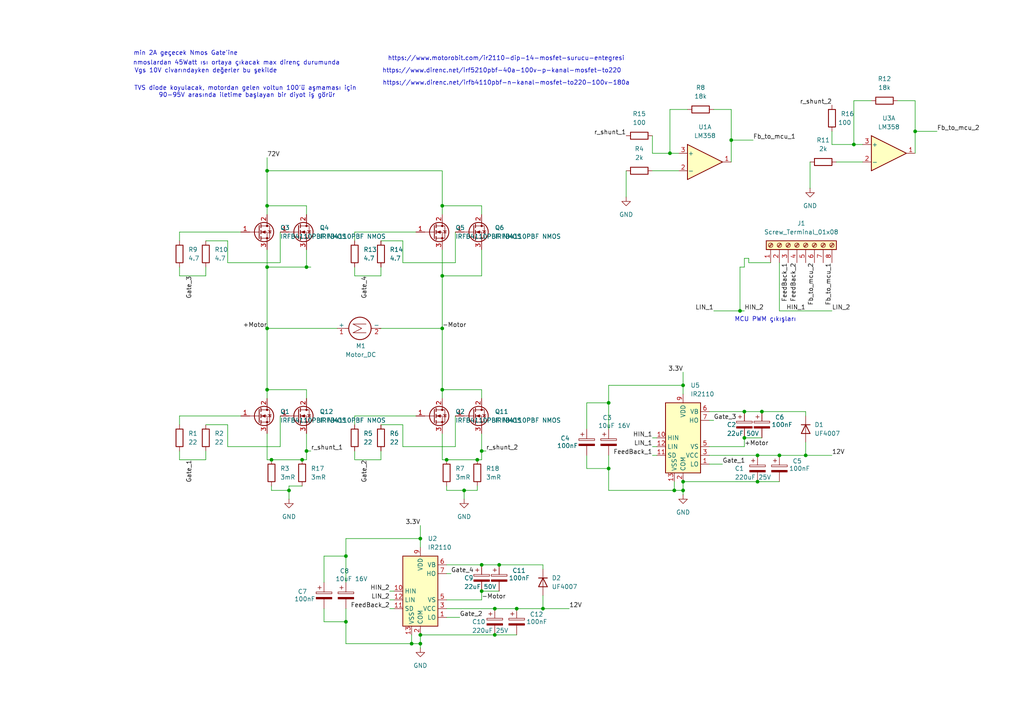
<source format=kicad_sch>
(kicad_sch (version 20250114) (generator "eeschema") (generator_version "9.0")
  (paper "A4")
  (lib_symbols
    (symbol "Amplifier_Operational:LM358" (pin_names (offset 0.127))
      (property "Reference" "U" (at 0 5.08 0))
      (property "Value" "LM358" (at 0 -5.08 0))
      (symbol "LM358_1_1"
        (polyline (pts (xy -5.08 5.08) (xy 5.08 0) (xy -5.08 -5.08) (xy -5.08 5.08)) (stroke (width 0.254)) (fill (type background)))
        (pin input line (at -7.62 2.54 0) (length 2.54) (name "+") (number "3"))
        (pin input line (at -7.62 -2.54 0) (length 2.54) (name "-") (number "2"))
        (pin output line (at 7.62 0 180) (length 2.54) (name "~") (number "1"))
      )
      (symbol "LM358_2_1"
        (polyline (pts (xy -5.08 5.08) (xy 5.08 0) (xy -5.08 -5.08) (xy -5.08 5.08)) (stroke (width 0.254)) (fill (type background)))
        (pin input line (at -7.62 2.54 0) (length 2.54) (name "+") (number "5"))
        (pin input line (at -7.62 -2.54 0) (length 2.54) (name "-") (number "6"))
        (pin output line (at 7.62 0 180) (length 2.54) (name "~") (number "7"))
      )
      (symbol "LM358_3_1"
        (pin power_in line (at -2.54 7.62 270) (length 3.81) (name "V+") (number "8"))
        (pin power_in line (at -2.54 -7.62 90) (length 3.81) (name "V-") (number "4"))
      )
    )
    (symbol "Connector:Screw_Terminal_01x08" (pin_names (offset 1.016) (hide yes))
      (property "Reference" "J" (at 0 10.16 0))
      (property "Value" "Screw_Terminal_01x08" (at 0 -12.7 0))
      (symbol "Screw_Terminal_01x08_1_1"
        (rectangle (start -1.27 8.89) (end 1.27 -11.43) (stroke (width 0.254)) (fill (type background)))
        (polyline (pts (xy -0.5334 7.9502) (xy 0.3302 7.112)) (stroke (width 0.1524)))
        (polyline (pts (xy -0.5334 5.4102) (xy 0.3302 4.572)) (stroke (width 0.1524)))
        (polyline (pts (xy -0.5334 2.8702) (xy 0.3302 2.032)) (stroke (width 0.1524)))
        (polyline (pts (xy -0.5334 0.3302) (xy 0.3302 -0.508)) (stroke (width 0.1524)))
        (polyline (pts (xy -0.5334 -2.2098) (xy 0.3302 -3.048)) (stroke (width 0.1524)))
        (polyline (pts (xy -0.5334 -4.7498) (xy 0.3302 -5.588)) (stroke (width 0.1524)))
        (polyline (pts (xy -0.5334 -7.2898) (xy 0.3302 -8.128)) (stroke (width 0.1524)))
        (polyline (pts (xy -0.5334 -9.8298) (xy 0.3302 -10.668)) (stroke (width 0.1524)))
        (polyline (pts (xy -0.3556 8.128) (xy 0.508 7.2898)) (stroke (width 0.1524)))
        (polyline (pts (xy -0.3556 5.588) (xy 0.508 4.7498)) (stroke (width 0.1524)))
        (polyline (pts (xy -0.3556 3.048) (xy 0.508 2.2098)) (stroke (width 0.1524)))
        (polyline (pts (xy -0.3556 0.508) (xy 0.508 -0.3302)) (stroke (width 0.1524)))
        (polyline (pts (xy -0.3556 -2.032) (xy 0.508 -2.8702)) (stroke (width 0.1524)))
        (polyline (pts (xy -0.3556 -4.572) (xy 0.508 -5.4102)) (stroke (width 0.1524)))
        (polyline (pts (xy -0.3556 -7.112) (xy 0.508 -7.9502)) (stroke (width 0.1524)))
        (polyline (pts (xy -0.3556 -9.652) (xy 0.508 -10.4902)) (stroke (width 0.1524)))
        (circle (center 0 7.62) (radius 0.635) (stroke (width 0.1524)))
        (circle (center 0 5.08) (radius 0.635) (stroke (width 0.1524)))
        (circle (center 0 2.54) (radius 0.635) (stroke (width 0.1524)))
        (circle (center 0 0) (radius 0.635) (stroke (width 0.1524)))
        (circle (center 0 -2.54) (radius 0.635) (stroke (width 0.1524)))
        (circle (center 0 -5.08) (radius 0.635) (stroke (width 0.1524)))
        (circle (center 0 -7.62) (radius 0.635) (stroke (width 0.1524)))
        (circle (center 0 -10.16) (radius 0.635) (stroke (width 0.1524)))
        (pin passive line (at -5.08 7.62 0) (length 3.81) (name "Pin_1") (number "1"))
        (pin passive line (at -5.08 5.08 0) (length 3.81) (name "Pin_2") (number "2"))
        (pin passive line (at -5.08 2.54 0) (length 3.81) (name "Pin_3") (number "3"))
        (pin passive line (at -5.08 0 0) (length 3.81) (name "Pin_4") (number "4"))
        (pin passive line (at -5.08 -2.54 0) (length 3.81) (name "Pin_5") (number "5"))
        (pin passive line (at -5.08 -5.08 0) (length 3.81) (name "Pin_6") (number "6"))
        (pin passive line (at -5.08 -7.62 0) (length 3.81) (name "Pin_7") (number "7"))
        (pin passive line (at -5.08 -10.16 0) (length 3.81) (name "Pin_8") (number "8"))
      )
    )
    (symbol "Device:C_Polarized" (pin_numbers (hide yes)) (pin_names (offset 0.254))
      (property "Reference" "C" (at 0.635 2.54 0))
      (property "Value" "C_Polarized" (at 0.635 -2.54 0))
      (symbol "C_Polarized_0_1"
        (rectangle (start -2.286 0.508) (end 2.286 1.016))
        (polyline (pts (xy -1.778 2.286) (xy -0.762 2.286)))
        (polyline (pts (xy -1.27 2.794) (xy -1.27 1.778)))
        (rectangle (start 2.286 -0.508) (end -2.286 -1.016) (fill (type outline)))
      )
      (symbol "C_Polarized_1_1"
        (pin passive line (at 0 3.81 270) (length 2.794) (name "~") (number "1"))
        (pin passive line (at 0 -3.81 90) (length 2.794) (name "~") (number "2"))
      )
    )
    (symbol "Device:D" (pin_numbers (hide yes)) (pin_names (offset 1.016) (hide yes))
      (property "Reference" "D" (at 0 2.54 0))
      (property "Value" "D" (at 0 -2.54 0))
      (symbol "D_0_1"
        (polyline (pts (xy -1.27 1.27) (xy -1.27 -1.27)) (stroke (width 0.254)))
        (polyline (pts (xy 1.27 1.27) (xy 1.27 -1.27) (xy -1.27 0) (xy 1.27 1.27)) (stroke (width 0.254)))
        (polyline (pts (xy 1.27 0) (xy -1.27 0)))
      )
      (symbol "D_1_1"
        (pin passive line (at -3.81 0 0) (length 2.54) (name "K") (number "1"))
        (pin passive line (at 3.81 0 180) (length 2.54) (name "A") (number "2"))
      )
    )
    (symbol "Device:R" (pin_numbers (hide yes)) (pin_names (offset 0))
      (property "Reference" "R" (at 2.032 0 90))
      (property "Value" "R" (at 0 0 90))
      (symbol "R_0_1"
        (rectangle (start -1.016 -2.54) (end 1.016 2.54) (stroke (width 0.254)))
      )
      (symbol "R_1_1"
        (pin passive line (at 0 3.81 270) (length 1.27) (name "~") (number "1"))
        (pin passive line (at 0 -3.81 90) (length 1.27) (name "~") (number "2"))
      )
    )
    (symbol "Driver_FET:IR2110"
      (property "Reference" "U" (at 1.27 13.335 0))
      (property "Value" "IR2110" (at 1.27 11.43 0))
      (symbol "IR2110_0_1"
        (rectangle (start -5.08 -10.16) (end 5.08 10.16) (stroke (width 0.254)) (fill (type background)))
      )
      (symbol "IR2110_1_1"
        (pin input line (at -7.62 0 0) (length 2.54) (name "HIN") (number "10"))
        (pin input line (at -7.62 -2.54 0) (length 2.54) (name "LIN") (number "12"))
        (pin input line (at -7.62 -5.08 0) (length 2.54) (name "SD") (number "11"))
        (pin no_connect line (at -5.08 7.62 0) (length 2.54) (hide yes) (name "NC") (number "4"))
        (pin no_connect line (at -5.08 5.08 0) (length 2.54) (hide yes) (name "NC") (number "8"))
        (pin no_connect line (at -5.08 2.54 0) (length 2.54) (hide yes) (name "NC") (number "14"))
        (pin power_in line (at -2.54 -12.7 90) (length 2.54) (name "VSS") (number "13"))
        (pin power_in line (at 0 12.7 270) (length 2.54) (name "VDD") (number "9"))
        (pin power_in line (at 0 -12.7 90) (length 2.54) (name "COM") (number "2"))
        (pin passive line (at 7.62 7.62 180) (length 2.54) (name "VB") (number "6"))
        (pin output line (at 7.62 5.08 180) (length 2.54) (name "HO") (number "7"))
        (pin passive line (at 7.62 -2.54 180) (length 2.54) (name "VS") (number "5"))
        (pin power_in line (at 7.62 -5.08 180) (length 2.54) (name "VCC") (number "3"))
        (pin output line (at 7.62 -7.62 180) (length 2.54) (name "LO") (number "1"))
      )
    )
    (symbol "Motor:Motor_DC" (pin_names (offset 0))
      (property "Reference" "M" (at 2.54 2.54 0))
      (property "Value" "Motor_DC" (at 2.54 -5.08 0))
      (symbol "Motor_DC_0_0"
        (polyline (pts (xy -1.27 -3.302) (xy -1.27 0.508) (xy 0 -2.032) (xy 1.27 0.508) (xy 1.27 -3.302)))
      )
      (symbol "Motor_DC_0_1"
        (polyline (pts (xy 0 2.032) (xy 0 2.54)))
        (polyline (pts (xy 0 1.7272) (xy 0 2.0828)))
        (circle (center 0 -1.524) (radius 3.2512) (stroke (width 0.254)))
        (polyline (pts (xy 0 -4.7752) (xy 0 -5.1816)))
        (polyline (pts (xy 0 -7.62) (xy 0 -7.112)))
      )
      (symbol "Motor_DC_1_1"
        (pin passive line (at 0 5.08 270) (length 2.54) (name "+") (number "1"))
        (pin passive line (at 0 -7.62 90) (length 2.54) (name "-") (number "2"))
      )
    )
    (symbol "Transistor_FET:IRFS4310Z" (pin_names (hide yes))
      (property "Reference" "Q" (at 5.08 1.905 0))
      (property "Value" "IRFS4310Z" (at 5.08 0 0))
      (symbol "IRFS4310Z_0_1"
        (polyline (pts (xy 0.254 1.905) (xy 0.254 -1.905)) (stroke (width 0.254)))
        (polyline (pts (xy 0.254 0) (xy -2.54 0)))
        (polyline (pts (xy 0.762 2.286) (xy 0.762 1.27)) (stroke (width 0.254)))
        (polyline (pts (xy 0.762 0.508) (xy 0.762 -0.508)) (stroke (width 0.254)))
        (polyline (pts (xy 0.762 -1.27) (xy 0.762 -2.286)) (stroke (width 0.254)))
        (polyline (pts (xy 0.762 -1.778) (xy 3.302 -1.778) (xy 3.302 1.778) (xy 0.762 1.778)))
        (polyline (pts (xy 1.016 0) (xy 2.032 0.381) (xy 2.032 -0.381) (xy 1.016 0)) (fill (type outline)))
        (circle (center 1.651 0) (radius 2.794) (stroke (width 0.254)))
        (polyline (pts (xy 2.54 2.54) (xy 2.54 1.778)))
        (circle (center 2.54 1.778) (radius 0.254) (fill (type outline)))
        (circle (center 2.54 -1.778) (radius 0.254) (fill (type outline)))
        (polyline (pts (xy 2.54 -2.54) (xy 2.54 0) (xy 0.762 0)))
        (polyline (pts (xy 2.794 0.508) (xy 2.921 0.381) (xy 3.683 0.381) (xy 3.81 0.254)))
        (polyline (pts (xy 3.302 0.381) (xy 2.921 -0.254) (xy 3.683 -0.254) (xy 3.302 0.381)))
      )
      (symbol "IRFS4310Z_1_1"
        (pin passive line (at -5.08 0 0) (length 2.54) (name "G") (number "1"))
        (pin passive line (at 2.54 5.08 270) (length 2.54) (name "D") (number "2"))
        (pin passive line (at 2.54 -5.08 90) (length 2.54) (name "S") (number "3"))
      )
    )
    (symbol "power:GND" (power) (pin_numbers (hide yes)) (pin_names (offset 0) (hide yes))
      (property "Value" "GND" (at 0 -3.81 0))
      (symbol "GND_0_1"
        (polyline (pts (xy 0 0) (xy 0 -1.27) (xy 1.27 -1.27) (xy 0 -2.54) (xy -1.27 -1.27) (xy 0 -1.27)))
      )
      (symbol "GND_1_1"
        (pin power_in line (at 0 0 270) (length 0) (name "~") (number "1"))
      )
    )
  )
  (text "Vgs 10V civarındayken değerler bu şekilde\n\n" (at 59.69 21.59 0) (effects (font (size 1.27 1.27))))
  (text "MCU PWM çıkışları\n" (at 221.996 92.71 0) (effects (font (size 1.27 1.27))))
  (text "min 2A geçecek Nmos Gate'ine" (at 53.848 15.494 0) (effects (font (size 1.27 1.27))))
  (text "https://www.motorobit.com/ir2110-dip-14-mosfet-surucu-entegresi" (at 146.812 17.018 0) (effects (font (size 1.27 1.27))))
  (text "https://www.direnc.net/irfb4110pbf-n-kanal-mosfet-to220-100v-180a" (at 146.812 24.13 0) (effects (font (size 1.27 1.27))))
  (text "https://www.direnc.net/irf5210pbf-40a-100v-p-kanal-mosfet-to220" (at 145.542 20.574 0) (effects (font (size 1.27 1.27))))
  (text "TVS diode koyulacak, motordan gelen voltun 100'ü aşmaması için \n90-95V arasında iletime başlayan bir diyot iş görür" (at 71.628 26.67 0) (effects (font (size 1.27 1.27))))
  (text "nmoslardan 45Watt ısı ortaya çıkacak max direnç durumunda\n" (at 68.58 18.288 0) (effects (font (size 1.27 1.27))))
  (junction (at 128.27 95.25))
  (junction (at 100.33 161.29))
  (junction (at 215.9 127))
  (junction (at 198.12 139.7))
  (junction (at 219.71 132.08))
  (junction (at 87.63 133.35))
  (junction (at 88.9 130.81))
  (junction (at 212.09 40.64))
  (junction (at 121.92 186.69))
  (junction (at 220.98 119.38))
  (junction (at 128.27 59.69))
  (junction (at 226.06 132.08))
  (junction (at 77.47 59.69))
  (junction (at 138.43 133.35))
  (junction (at 149.86 176.53))
  (junction (at 139.7 130.81))
  (junction (at 195.58 142.24))
  (junction (at 88.9 77.47))
  (junction (at 143.51 176.53))
  (junction (at 198.12 142.24))
  (junction (at 143.51 184.15))
  (junction (at 128.27 113.03))
  (junction (at 176.53 135.89))
  (junction (at 219.71 139.7))
  (junction (at 214.63 90.17))
  (junction (at 77.47 113.03))
  (junction (at 78.74 133.35))
  (junction (at 139.7 163.83))
  (junction (at 128.27 80.01))
  (junction (at 157.48 176.53))
  (junction (at 129.54 133.35))
  (junction (at 77.47 77.47))
  (junction (at 176.53 116.84))
  (junction (at 215.9 119.38))
  (junction (at 265.43 38.1))
  (junction (at 144.78 163.83))
  (junction (at 77.47 95.25))
  (junction (at 198.12 111.76))
  (junction (at 83.82 142.24))
  (junction (at 121.92 184.15))
  (junction (at 121.92 156.21))
  (junction (at 134.62 142.24))
  (junction (at 77.47 49.53))
  (junction (at 100.33 180.34))
  (junction (at 119.38 186.69))
  (junction (at 233.68 132.08))
  (junction (at 247.65 41.91))
  (junction (at 139.7 171.45))
  (junction (at 194.31 44.45))
  (wire (pts (xy 52.07 133.35) (xy 59.69 133.35)))
  (wire (pts (xy 100.33 180.34) (xy 100.33 186.69)))
  (wire (pts (xy 139.7 62.23) (xy 139.7 59.69)))
  (wire (pts (xy 176.53 111.76) (xy 198.12 111.76)))
  (wire (pts (xy 157.48 172.72) (xy 157.48 176.53)))
  (wire (pts (xy 241.3 41.91) (xy 247.65 41.91)))
  (wire (pts (xy 233.68 119.38) (xy 233.68 120.65)))
  (wire (pts (xy 128.27 113.03) (xy 128.27 115.57)))
  (wire (pts (xy 132.08 129.54) (xy 116.84 129.54)))
  (wire (pts (xy 199.39 31.75) (xy 194.31 31.75)))
  (wire (pts (xy 121.92 152.4) (xy 121.92 156.21)))
  (wire (pts (xy 207.01 31.75) (xy 212.09 31.75)))
  (wire (pts (xy 77.47 113.03) (xy 77.47 115.57)))
  (wire (pts (xy 165.1 176.53) (xy 157.48 176.53)))
  (wire (pts (xy 176.53 124.46) (xy 176.53 116.84)))
  (wire (pts (xy 138.43 133.35) (xy 139.7 133.35)))
  (wire (pts (xy 143.51 176.53) (xy 149.86 176.53)))
  (wire (pts (xy 139.7 59.69) (xy 128.27 59.69)))
  (wire (pts (xy 100.33 168.91) (xy 100.33 161.29)))
  (wire (pts (xy 119.38 186.69) (xy 121.92 186.69)))
  (wire (pts (xy 100.33 161.29) (xy 100.33 156.21)))
  (wire (pts (xy 149.86 176.53) (xy 157.48 176.53)))
  (wire (pts (xy 90.17 77.47) (xy 88.9 77.47)))
  (wire (pts (xy 121.92 156.21) (xy 121.92 158.75)))
  (wire (pts (xy 226.06 76.2) (xy 226.06 90.17)))
  (wire (pts (xy 181.61 49.53) (xy 181.61 57.15)))
  (wire (pts (xy 77.47 95.25) (xy 97.79 95.25)))
  (wire (pts (xy 189.23 127) (xy 190.5 127)))
  (wire (pts (xy 241.3 38.1) (xy 241.3 41.91)))
  (wire (pts (xy 102.87 80.01) (xy 110.49 80.01)))
  (wire (pts (xy 81.28 120.65) (xy 81.28 129.54)))
  (wire (pts (xy 130.81 166.37) (xy 129.54 166.37)))
  (wire (pts (xy 78.74 133.35) (xy 87.63 133.35)))
  (wire (pts (xy 215.9 127) (xy 220.98 127)))
  (wire (pts (xy 128.27 80.01) (xy 128.27 95.25)))
  (wire (pts (xy 217.17 74.93) (xy 217.17 76.2)))
  (wire (pts (xy 81.28 129.54) (xy 66.04 129.54)))
  (wire (pts (xy 93.98 180.34) (xy 100.33 180.34)))
  (wire (pts (xy 139.7 171.45) (xy 144.78 171.45)))
  (wire (pts (xy 59.69 133.35) (xy 59.69 130.81)))
  (wire (pts (xy 215.9 119.38) (xy 220.98 119.38)))
  (wire (pts (xy 189.23 132.08) (xy 190.5 132.08)))
  (wire (pts (xy 189.23 44.45) (xy 194.31 44.45)))
  (wire (pts (xy 139.7 130.81) (xy 139.7 125.73)))
  (wire (pts (xy 120.65 120.65) (xy 102.87 120.65)))
  (wire (pts (xy 139.7 115.57) (xy 139.7 113.03)))
  (wire (pts (xy 198.12 139.7) (xy 198.12 142.24)))
  (wire (pts (xy 69.85 67.31) (xy 52.07 67.31)))
  (wire (pts (xy 52.07 130.81) (xy 52.07 133.35)))
  (wire (pts (xy 100.33 176.53) (xy 100.33 180.34)))
  (wire (pts (xy 189.23 39.37) (xy 189.23 44.45)))
  (wire (pts (xy 138.43 142.24) (xy 134.62 142.24)))
  (wire (pts (xy 247.65 41.91) (xy 250.19 41.91)))
  (wire (pts (xy 78.74 142.24) (xy 78.74 140.97)))
  (wire (pts (xy 189.23 49.53) (xy 196.85 49.53)))
  (wire (pts (xy 116.84 123.19) (xy 110.49 123.19)))
  (wire (pts (xy 189.23 129.54) (xy 190.5 129.54)))
  (wire (pts (xy 87.63 133.35) (xy 88.9 133.35)))
  (wire (pts (xy 205.74 132.08) (xy 219.71 132.08)))
  (wire (pts (xy 212.09 40.64) (xy 212.09 46.99)))
  (wire (pts (xy 77.47 125.73) (xy 77.47 133.35)))
  (wire (pts (xy 102.87 120.65) (xy 102.87 123.19)))
  (wire (pts (xy 66.04 123.19) (xy 59.69 123.19)))
  (wire (pts (xy 217.17 76.2) (xy 223.52 76.2)))
  (wire (pts (xy 215.9 77.47) (xy 215.9 74.93)))
  (wire (pts (xy 226.06 132.08) (xy 233.68 132.08)))
  (wire (pts (xy 198.12 111.76) (xy 198.12 114.3)))
  (wire (pts (xy 66.04 69.85) (xy 59.69 69.85)))
  (wire (pts (xy 66.04 129.54) (xy 66.04 123.19)))
  (wire (pts (xy 207.01 90.17) (xy 214.63 90.17)))
  (wire (pts (xy 113.03 171.45) (xy 114.3 171.45)))
  (wire (pts (xy 132.08 76.2) (xy 116.84 76.2)))
  (wire (pts (xy 247.65 29.21) (xy 247.65 41.91)))
  (wire (pts (xy 77.47 72.39) (xy 77.47 77.47)))
  (wire (pts (xy 102.87 67.31) (xy 102.87 69.85)))
  (wire (pts (xy 88.9 62.23) (xy 88.9 59.69)))
  (wire (pts (xy 90.17 130.81) (xy 88.9 130.81)))
  (wire (pts (xy 128.27 72.39) (xy 128.27 80.01)))
  (wire (pts (xy 128.27 59.69) (xy 128.27 62.23)))
  (wire (pts (xy 265.43 38.1) (xy 265.43 44.45)))
  (wire (pts (xy 128.27 125.73) (xy 128.27 133.35)))
  (wire (pts (xy 116.84 69.85) (xy 110.49 69.85)))
  (wire (pts (xy 52.07 120.65) (xy 52.07 123.19)))
  (wire (pts (xy 113.03 176.53) (xy 114.3 176.53)))
  (wire (pts (xy 83.82 140.97) (xy 83.82 142.24)))
  (wire (pts (xy 176.53 135.89) (xy 176.53 142.24)))
  (wire (pts (xy 133.35 179.07) (xy 129.54 179.07)))
  (wire (pts (xy 77.47 133.35) (xy 78.74 133.35)))
  (wire (pts (xy 102.87 133.35) (xy 110.49 133.35)))
  (wire (pts (xy 209.55 134.62) (xy 205.74 134.62)))
  (wire (pts (xy 138.43 140.97) (xy 138.43 142.24)))
  (wire (pts (xy 195.58 142.24) (xy 195.58 139.7)))
  (wire (pts (xy 218.44 40.64) (xy 212.09 40.64)))
  (wire (pts (xy 132.08 67.31) (xy 132.08 76.2)))
  (wire (pts (xy 52.07 80.01) (xy 59.69 80.01)))
  (wire (pts (xy 102.87 77.47) (xy 102.87 80.01)))
  (wire (pts (xy 116.84 76.2) (xy 116.84 69.85)))
  (wire (pts (xy 121.92 184.15) (xy 143.51 184.15)))
  (wire (pts (xy 128.27 133.35) (xy 129.54 133.35)))
  (wire (pts (xy 198.12 107.95) (xy 198.12 111.76)))
  (wire (pts (xy 69.85 120.65) (xy 52.07 120.65)))
  (wire (pts (xy 119.38 186.69) (xy 119.38 184.15)))
  (wire (pts (xy 81.28 76.2) (xy 66.04 76.2)))
  (wire (pts (xy 120.65 67.31) (xy 102.87 67.31)))
  (wire (pts (xy 88.9 130.81) (xy 88.9 125.73)))
  (wire (pts (xy 139.7 113.03) (xy 128.27 113.03)))
  (wire (pts (xy 271.78 38.1) (xy 265.43 38.1)))
  (wire (pts (xy 87.63 140.97) (xy 83.82 140.97)))
  (wire (pts (xy 242.57 46.99) (xy 250.19 46.99)))
  (wire (pts (xy 143.51 184.15) (xy 149.86 184.15)))
  (wire (pts (xy 52.07 67.31) (xy 52.07 69.85)))
  (wire (pts (xy 134.62 142.24) (xy 134.62 144.78)))
  (wire (pts (xy 110.49 133.35) (xy 110.49 130.81)))
  (wire (pts (xy 128.27 49.53) (xy 77.47 49.53)))
  (wire (pts (xy 129.54 176.53) (xy 143.51 176.53)))
  (wire (pts (xy 83.82 142.24) (xy 83.82 144.78)))
  (wire (pts (xy 195.58 142.24) (xy 198.12 142.24)))
  (wire (pts (xy 77.47 45.72) (xy 77.47 49.53)))
  (wire (pts (xy 66.04 76.2) (xy 66.04 69.85)))
  (wire (pts (xy 78.74 142.24) (xy 83.82 142.24)))
  (wire (pts (xy 176.53 132.08) (xy 176.53 135.89)))
  (wire (pts (xy 88.9 77.47) (xy 77.47 77.47)))
  (wire (pts (xy 129.54 142.24) (xy 129.54 140.97)))
  (wire (pts (xy 139.7 171.45) (xy 139.7 173.99)))
  (wire (pts (xy 59.69 80.01) (xy 59.69 77.47)))
  (wire (pts (xy 140.97 130.81) (xy 139.7 130.81)))
  (wire (pts (xy 212.09 31.75) (xy 212.09 40.64)))
  (wire (pts (xy 110.49 80.01) (xy 110.49 77.47)))
  (wire (pts (xy 77.47 77.47) (xy 77.47 95.25)))
  (wire (pts (xy 265.43 29.21) (xy 265.43 38.1)))
  (wire (pts (xy 215.9 127) (xy 215.9 129.54)))
  (wire (pts (xy 129.54 133.35) (xy 138.43 133.35)))
  (wire (pts (xy 205.74 129.54) (xy 215.9 129.54)))
  (wire (pts (xy 93.98 168.91) (xy 93.98 161.29)))
  (wire (pts (xy 139.7 72.39) (xy 139.7 80.01)))
  (wire (pts (xy 129.54 163.83) (xy 139.7 163.83)))
  (wire (pts (xy 121.92 184.15) (xy 121.92 186.69)))
  (wire (pts (xy 207.01 121.92) (xy 205.74 121.92)))
  (wire (pts (xy 88.9 115.57) (xy 88.9 113.03)))
  (wire (pts (xy 93.98 176.53) (xy 93.98 180.34)))
  (wire (pts (xy 215.9 74.93) (xy 217.17 74.93)))
  (wire (pts (xy 110.49 95.25) (xy 128.27 95.25)))
  (wire (pts (xy 194.31 44.45) (xy 196.85 44.45)))
  (wire (pts (xy 241.3 132.08) (xy 233.68 132.08)))
  (wire (pts (xy 139.7 133.35) (xy 139.7 130.81)))
  (wire (pts (xy 52.07 77.47) (xy 52.07 80.01)))
  (wire (pts (xy 93.98 161.29) (xy 100.33 161.29)))
  (wire (pts (xy 214.63 77.47) (xy 215.9 77.47)))
  (wire (pts (xy 214.63 77.47) (xy 214.63 90.17)))
  (wire (pts (xy 128.27 95.25) (xy 128.27 113.03)))
  (wire (pts (xy 219.71 132.08) (xy 226.06 132.08)))
  (wire (pts (xy 170.18 124.46) (xy 170.18 116.84)))
  (wire (pts (xy 116.84 129.54) (xy 116.84 123.19)))
  (wire (pts (xy 129.54 142.24) (xy 134.62 142.24)))
  (wire (pts (xy 170.18 132.08) (xy 170.18 135.89)))
  (wire (pts (xy 233.68 128.27) (xy 233.68 132.08)))
  (wire (pts (xy 144.78 163.83) (xy 157.48 163.83)))
  (wire (pts (xy 205.74 119.38) (xy 215.9 119.38)))
  (wire (pts (xy 77.47 95.25) (xy 77.47 113.03)))
  (wire (pts (xy 100.33 156.21) (xy 121.92 156.21)))
  (wire (pts (xy 100.33 186.69) (xy 119.38 186.69)))
  (wire (pts (xy 132.08 120.65) (xy 132.08 129.54)))
  (wire (pts (xy 176.53 116.84) (xy 176.53 111.76)))
  (wire (pts (xy 113.03 173.99) (xy 114.3 173.99)))
  (wire (pts (xy 157.48 163.83) (xy 157.48 165.1)))
  (wire (pts (xy 88.9 77.47) (xy 88.9 72.39)))
  (wire (pts (xy 260.35 29.21) (xy 265.43 29.21)))
  (wire (pts (xy 226.06 90.17) (xy 241.3 90.17)))
  (wire (pts (xy 176.53 142.24) (xy 195.58 142.24)))
  (wire (pts (xy 129.54 173.99) (xy 139.7 173.99)))
  (wire (pts (xy 88.9 133.35) (xy 88.9 130.81)))
  (wire (pts (xy 198.12 142.24) (xy 198.12 143.51)))
  (wire (pts (xy 102.87 130.81) (xy 102.87 133.35)))
  (wire (pts (xy 234.95 46.99) (xy 234.95 54.61)))
  (wire (pts (xy 81.28 67.31) (xy 81.28 76.2)))
  (wire (pts (xy 88.9 59.69) (xy 77.47 59.69)))
  (wire (pts (xy 170.18 135.89) (xy 176.53 135.89)))
  (wire (pts (xy 128.27 80.01) (xy 139.7 80.01)))
  (wire (pts (xy 121.92 186.69) (xy 121.92 187.96)))
  (wire (pts (xy 77.47 59.69) (xy 77.47 62.23)))
  (wire (pts (xy 198.12 139.7) (xy 219.71 139.7)))
  (wire (pts (xy 170.18 116.84) (xy 176.53 116.84)))
  (wire (pts (xy 77.47 49.53) (xy 77.47 59.69)))
  (wire (pts (xy 214.63 90.17) (xy 215.9 90.17)))
  (wire (pts (xy 139.7 163.83) (xy 144.78 163.83)))
  (wire (pts (xy 252.73 29.21) (xy 247.65 29.21)))
  (wire (pts (xy 220.98 119.38) (xy 233.68 119.38)))
  (wire (pts (xy 194.31 31.75) (xy 194.31 44.45)))
  (wire (pts (xy 88.9 113.03) (xy 77.47 113.03)))
  (wire (pts (xy 219.71 139.7) (xy 226.06 139.7)))
  (wire (pts (xy 128.27 49.53) (xy 128.27 59.69)))
  (label "r_shunt_2" (at 241.3 30.48 180))
  (label "3.3V" (at 198.12 107.95 180))
  (label "FeedBack_1" (at 189.23 132.08 180))
  (label "Gate_2" (at 133.35 179.07 0))
  (label "HIN_2" (at 113.03 171.45 180))
  (label "LIN_1" (at 189.23 129.54 180))
  (label "Gate_1" (at 209.55 134.62 0))
  (label "LIN_1" (at 207.01 90.17 180))
  (label "Gate_3" (at 207.01 121.92 0))
  (label "FeedBack_1" (at 228.6 76.2 270))
  (label "Fb_to_mcu_1" (at 218.44 40.64 0))
  (label "12V" (at 241.3 132.08 0))
  (label "Gate_2" (at 106.68 133.35 270))
  (label "Gate_4" (at 106.68 80.01 270))
  (label "12V" (at 165.1 176.53 0))
  (label "HIN_1" (at 189.23 127 180))
  (label "r_shunt_1" (at 90.17 130.81 0))
  (label "+Motor" (at 215.9 129.54 0))
  (label "+Motor" (at 77.47 95.25 180))
  (label "Gate_1" (at 55.88 133.35 270))
  (label "Fb_to_mcu_2" (at 236.22 76.2 270))
  (label "Fb_to_mcu_2" (at 271.78 38.1 0))
  (label "r_shunt_2" (at 140.97 130.81 0))
  (label "HIN_2" (at 215.9 90.17 0))
  (label "-Motor" (at 128.27 95.25 0))
  (label "HIN_1" (at 233.68 90.17 180))
  (label "Gate_3" (at 55.88 80.01 270))
  (label "Fb_to_mcu_1" (at 241.3 76.2 270))
  (label "-Motor" (at 139.7 173.99 0))
  (label "72V" (at 77.47 45.72 0))
  (label "FeedBack_2" (at 231.14 76.2 270))
  (label "LIN_2" (at 113.03 173.99 180))
  (label "3.3V" (at 121.92 152.4 180))
  (label "Gate_4" (at 130.81 166.37 0))
  (label "LIN_2" (at 241.3 90.17 0))
  (label "r_shunt_1" (at 181.61 39.37 180))
  (label "FeedBack_2" (at 113.03 176.53 180))
  (symbol (lib_id "Device:R") (at 129.54 137.16 180) (unit 1)
    (property "Reference" "R7" (at 132.08 135.8899 0) (effects (justify right)))
    (property "Value" "3mR" (at 132.08 138.4299 0) (effects (justify right)))
    (property "Description" "Resistor" (effects (hide yes)))
  )
  (symbol (lib_id "Transistor_FET:IRFS4310Z") (at 137.16 120.65 0) (unit 1)
    (property "Reference" "Q11" (at 143.51 119.3799 0) (effects (justify left)))
    (property "Value" "IRFB4110PBF NMOS" (at 143.51 121.9199 0) (effects (justify left)))
    (property "Footprint" "Package_TO_SOT_SMD:TO-263-2" (effects (hide yes)))
    (property "Datasheet" "https://www.infineon.com/dgdl/irfb4310zpbf.pdf?fileId=5546d462533600a4015356161b4d1e2d" (effects (hide yes)))
    (property "Description" "120A Id, 100V Vds, 4.8mOhm Rds, N-Channel HEXFET Power MOSFET, D2PAK" (effects (hide yes)))
  )
  (symbol (lib_id "power:GND") (at 234.95 54.61 0) (unit 1)
    (property "Reference" "#PWR02" (effects (hide yes)))
    (property "Value" "GND" (at 234.95 59.69 0))
    (property "Description" "Power symbol creates a global label with name \"GND\" , ground" (effects (hide yes)))
  )
  (symbol (lib_id "Device:D") (at 233.68 124.46 270) (unit 1)
    (property "Reference" "D1" (at 236.22 123.1899 90) (effects (justify left)))
    (property "Value" "UF4007" (at 236.22 125.7299 90) (effects (justify left)))
    (property "Description" "Diode" (effects (hide yes)))
    (property "Sim.Device" "D" (effects (hide yes)))
    (property "Sim.Pins" "1=K 2=A" (effects (hide yes)))
  )
  (symbol (lib_id "Device:C_Polarized") (at 93.98 172.72 0) (unit 1)
    (property "Reference" "C7" (at 86.36 171.5769 0) (effects (justify left)))
    (property "Value" "100nF" (at 85.344 173.736 0) (effects (justify left)))
    (property "Description" "Polarized capacitor" (effects (hide yes)))
  )
  (symbol (lib_id "Device:R") (at 52.07 127 180) (unit 1)
    (property "Reference" "R1" (at 54.61 125.7299 0) (effects (justify right)))
    (property "Value" "22" (at 54.61 128.2699 0) (effects (justify right)))
    (property "Description" "Resistor" (effects (hide yes)))
  )
  (symbol (lib_id "Device:R") (at 241.3 34.29 180) (unit 1)
    (property "Reference" "R16" (at 243.84 33.0199 0) (effects (justify right)))
    (property "Value" "100" (at 243.078 35.56 0) (effects (justify right)))
    (property "Description" "Resistor" (effects (hide yes)))
  )
  (symbol (lib_id "Connector:Screw_Terminal_01x08") (at 231.14 71.12 90) (unit 1)
    (property "Reference" "J1" (at 232.41 64.77 90))
    (property "Value" "Screw_Terminal_01x08" (at 232.41 67.31 90))
    (property "Description" "Generic screw terminal, single row, 01x08, script generated (kicad-library-utils/schlib/autogen/connector/)" (effects (hide yes)))
  )
  (symbol (lib_id "Device:C_Polarized") (at 139.7 167.64 0) (unit 1)
    (property "Reference" "C9" (at 134.62 167.64 0) (effects (justify left)))
    (property "Value" "22uF 50V" (at 134.62 170.18 0) (effects (justify left)))
    (property "Description" "Polarized capacitor" (effects (hide yes)))
  )
  (symbol (lib_id "Transistor_FET:IRFS4310Z") (at 137.16 67.31 0) (unit 1)
    (property "Reference" "Q6" (at 143.51 66.0399 0) (effects (justify left)))
    (property "Value" "IRFB4110PBF NMOS" (at 143.51 68.5799 0) (effects (justify left)))
    (property "Footprint" "Package_TO_SOT_SMD:TO-263-2" (effects (hide yes)))
    (property "Datasheet" "https://www.infineon.com/dgdl/irfb4310zpbf.pdf?fileId=5546d462533600a4015356161b4d1e2d" (effects (hide yes)))
    (property "Description" "120A Id, 100V Vds, 4.8mOhm Rds, N-Channel HEXFET Power MOSFET, D2PAK" (effects (hide yes)))
  )
  (symbol (lib_id "Device:R") (at 110.49 73.66 180) (unit 1)
    (property "Reference" "R14" (at 113.03 72.3899 0) (effects (justify right)))
    (property "Value" "4.7" (at 113.03 74.9299 0) (effects (justify right)))
    (property "Description" "Resistor" (effects (hide yes)))
  )
  (symbol (lib_id "Device:R") (at 256.54 29.21 90) (unit 1)
    (property "Reference" "R12" (at 256.54 22.86 90))
    (property "Value" "18k" (at 256.54 25.4 90))
    (property "Description" "Resistor" (effects (hide yes)))
  )
  (symbol (lib_id "Driver_FET:IR2110") (at 198.12 127 0) (unit 1)
    (property "Reference" "U5" (at 200.2633 111.76 0) (effects (justify left)))
    (property "Value" "IR2110" (at 200.2633 114.3 0) (effects (justify left)))
    (property "Footprint" "Package_DIP:DIP-14_W7.62mm" (effects (hide yes)))
    (property "Datasheet" "https://www.infineon.com/dgdl/ir2110.pdf?fileId=5546d462533600a4015355c80333167e" (effects (hide yes)))
    (property "Description" "High and Low Side Driver, 500V, 2.0/2.0A, PDIP-14" (effects (hide yes)))
  )
  (symbol (lib_id "Device:C_Polarized") (at 143.51 180.34 0) (unit 1)
    (property "Reference" "C10" (at 136.906 180.34 0) (effects (justify left)))
    (property "Value" "220uF 25V" (at 136.906 182.88 0) (effects (justify left)))
    (property "Description" "Polarized capacitor" (effects (hide yes)))
  )
  (symbol (lib_id "power:GND") (at 121.92 187.96 0) (unit 1)
    (property "Reference" "#PWR04" (effects (hide yes)))
    (property "Value" "GND" (at 121.92 193.04 0))
    (property "Description" "Power symbol creates a global label with name \"GND\" , ground" (effects (hide yes)))
  )
  (symbol (lib_id "Device:R") (at 138.43 137.16 180) (unit 1)
    (property "Reference" "R18" (at 140.97 135.8899 0) (effects (justify right)))
    (property "Value" "3mR" (at 140.97 138.4299 0) (effects (justify right)))
    (property "Description" "Resistor" (effects (hide yes)))
  )
  (symbol (lib_id "Device:C_Polarized") (at 170.18 128.27 0) (unit 1)
    (property "Reference" "C4" (at 162.56 127.1269 0) (effects (justify left)))
    (property "Value" "100nF" (at 161.544 129.286 0) (effects (justify left)))
    (property "Description" "Polarized capacitor" (effects (hide yes)))
  )
  (symbol (lib_id "Device:R") (at 102.87 73.66 180) (unit 1)
    (property "Reference" "R13" (at 105.41 72.3899 0) (effects (justify right)))
    (property "Value" "4.7" (at 105.41 74.9299 0) (effects (justify right)))
    (property "Description" "Resistor" (effects (hide yes)))
  )
  (symbol (lib_id "Device:R") (at 203.2 31.75 90) (unit 1)
    (property "Reference" "R8" (at 203.2 25.4 90))
    (property "Value" "18k" (at 203.2 27.94 90))
    (property "Description" "Resistor" (effects (hide yes)))
  )
  (symbol (lib_id "Device:C_Polarized") (at 144.78 167.64 0) (unit 1)
    (property "Reference" "C11" (at 148.59 165.4809 0) (effects (justify left)))
    (property "Value" "100nF" (at 147.574 167.64 0) (effects (justify left)))
    (property "Description" "Polarized capacitor" (effects (hide yes)))
  )
  (symbol (lib_id "Device:C_Polarized") (at 215.9 123.19 0) (unit 1)
    (property "Reference" "C2" (at 210.82 123.19 0) (effects (justify left)))
    (property "Value" "22uF 50V" (at 210.82 125.73 0) (effects (justify left)))
    (property "Description" "Polarized capacitor" (effects (hide yes)))
  )
  (symbol (lib_id "Device:R") (at 59.69 73.66 180) (unit 1)
    (property "Reference" "R10" (at 62.23 72.3899 0) (effects (justify right)))
    (property "Value" "4.7" (at 62.23 74.9299 0) (effects (justify right)))
    (property "Description" "Resistor" (effects (hide yes)))
  )
  (symbol (lib_id "Device:R") (at 185.42 49.53 90) (unit 1)
    (property "Reference" "R4" (at 185.42 43.18 90))
    (property "Value" "2k" (at 185.42 45.72 90))
    (property "Description" "Resistor" (effects (hide yes)))
  )
  (symbol (lib_id "Device:R") (at 238.76 46.99 90) (unit 1)
    (property "Reference" "R11" (at 238.76 40.64 90))
    (property "Value" "2k" (at 238.76 43.18 90))
    (property "Description" "Resistor" (effects (hide yes)))
  )
  (symbol (lib_id "Device:C_Polarized") (at 176.53 128.27 0) (unit 1)
    (property "Reference" "C3" (at 174.752 121.158 0) (effects (justify left)))
    (property "Value" "10uF 16V" (at 173.482 123.444 0) (effects (justify left)))
    (property "Description" "Polarized capacitor" (effects (hide yes)))
  )
  (symbol (lib_id "Amplifier_Operational:LM358") (at 204.47 46.99 0) (unit 1)
    (property "Reference" "U1" (at 204.47 36.83 0))
    (property "Value" "LM358" (at 204.47 39.37 0))
    (property "Datasheet" "http://www.ti.com/lit/ds/symlink/lm2904-n.pdf" (effects (hide yes)))
    (property "Description" "Low-Power, Dual Operational Amplifiers, DIP-8/SOIC-8/TO-99-8" (effects (hide yes)))
  )
  (symbol (lib_id "Device:R") (at 110.49 127 180) (unit 1)
    (property "Reference" "R6" (at 113.03 125.7299 0) (effects (justify right)))
    (property "Value" "22" (at 113.03 128.2699 0) (effects (justify right)))
    (property "Description" "Resistor" (effects (hide yes)))
  )
  (symbol (lib_id "Device:R") (at 87.63 137.16 180) (unit 1)
    (property "Reference" "R17" (at 90.17 135.8899 0) (effects (justify right)))
    (property "Value" "3mR" (at 90.17 138.4299 0) (effects (justify right)))
    (property "Description" "Resistor" (effects (hide yes)))
  )
  (symbol (lib_id "Transistor_FET:IRFS4310Z") (at 74.93 120.65 0) (unit 1)
    (property "Reference" "Q1" (at 81.28 119.3799 0) (effects (justify left)))
    (property "Value" "IRFB4110PBF NMOS" (at 81.28 121.9199 0) (effects (justify left)))
    (property "Footprint" "Package_TO_SOT_SMD:TO-263-2" (effects (hide yes)))
    (property "Datasheet" "https://www.infineon.com/dgdl/irfb4310zpbf.pdf?fileId=5546d462533600a4015356161b4d1e2d" (effects (hide yes)))
    (property "Description" "120A Id, 100V Vds, 4.8mOhm Rds, N-Channel HEXFET Power MOSFET, D2PAK" (effects (hide yes)))
  )
  (symbol (lib_id "Driver_FET:IR2110") (at 121.92 171.45 0) (unit 1)
    (property "Reference" "U2" (at 124.0633 156.21 0) (effects (justify left)))
    (property "Value" "IR2110" (at 124.0633 158.75 0) (effects (justify left)))
    (property "Footprint" "Package_DIP:DIP-14_W7.62mm" (effects (hide yes)))
    (property "Datasheet" "https://www.infineon.com/dgdl/ir2110.pdf?fileId=5546d462533600a4015355c80333167e" (effects (hide yes)))
    (property "Description" "High and Low Side Driver, 500V, 2.0/2.0A, PDIP-14" (effects (hide yes)))
  )
  (symbol (lib_id "Transistor_FET:IRFS4310Z") (at 125.73 120.65 0) (unit 1)
    (property "Reference" "Q2" (at 132.08 119.3799 0) (effects (justify left)))
    (property "Value" "IRFB4110PBF NMOS" (at 132.08 121.9199 0) (effects (justify left)))
    (property "Footprint" "Package_TO_SOT_SMD:TO-263-2" (effects (hide yes)))
    (property "Datasheet" "https://www.infineon.com/dgdl/irfb4310zpbf.pdf?fileId=5546d462533600a4015356161b4d1e2d" (effects (hide yes)))
    (property "Description" "120A Id, 100V Vds, 4.8mOhm Rds, N-Channel HEXFET Power MOSFET, D2PAK" (effects (hide yes)))
  )
  (symbol (lib_id "Device:C_Polarized") (at 100.33 172.72 0) (unit 1)
    (property "Reference" "C8" (at 98.552 165.608 0) (effects (justify left)))
    (property "Value" "10uF 16V" (at 97.282 167.894 0) (effects (justify left)))
    (property "Description" "Polarized capacitor" (effects (hide yes)))
  )
  (symbol (lib_id "Device:R") (at 52.07 73.66 180) (unit 1)
    (property "Reference" "R9" (at 54.61 72.3899 0) (effects (justify right)))
    (property "Value" "4.7" (at 54.61 74.9299 0) (effects (justify right)))
    (property "Description" "Resistor" (effects (hide yes)))
  )
  (symbol (lib_id "Motor:Motor_DC") (at 102.87 95.25 90) (unit 1)
    (property "Reference" "M1" (at 104.648 100.33 90))
    (property "Value" "Motor_DC" (at 104.648 102.87 90))
    (property "Description" "DC Motor" (effects (hide yes)))
  )
  (symbol (lib_id "Device:C_Polarized") (at 219.71 135.89 0) (unit 1)
    (property "Reference" "C1" (at 213.106 135.89 0) (effects (justify left)))
    (property "Value" "220uF 25V" (at 213.106 138.43 0) (effects (justify left)))
    (property "Description" "Polarized capacitor" (effects (hide yes)))
  )
  (symbol (lib_id "Transistor_FET:IRFS4310Z") (at 86.36 67.31 0) (unit 1)
    (property "Reference" "Q4" (at 92.71 66.0399 0) (effects (justify left)))
    (property "Value" "IRFB4110PBF NMOS" (at 92.71 68.5799 0) (effects (justify left)))
    (property "Footprint" "Package_TO_SOT_SMD:TO-263-2" (effects (hide yes)))
    (property "Datasheet" "https://www.infineon.com/dgdl/irfb4310zpbf.pdf?fileId=5546d462533600a4015356161b4d1e2d" (effects (hide yes)))
    (property "Description" "120A Id, 100V Vds, 4.8mOhm Rds, N-Channel HEXFET Power MOSFET, D2PAK" (effects (hide yes)))
  )
  (symbol (lib_id "power:GND") (at 198.12 143.51 0) (unit 1)
    (property "Reference" "#PWR03" (effects (hide yes)))
    (property "Value" "GND" (at 198.12 148.59 0))
    (property "Description" "Power symbol creates a global label with name \"GND\" , ground" (effects (hide yes)))
  )
  (symbol (lib_id "Amplifier_Operational:LM358") (at 257.81 44.45 0) (unit 1)
    (property "Reference" "U3" (at 257.81 34.29 0))
    (property "Value" "LM358" (at 257.81 36.83 0))
    (property "Datasheet" "http://www.ti.com/lit/ds/symlink/lm2904-n.pdf" (effects (hide yes)))
    (property "Description" "Low-Power, Dual Operational Amplifiers, DIP-8/SOIC-8/TO-99-8" (effects (hide yes)))
  )
  (symbol (lib_id "power:GND") (at 134.62 144.78 0) (unit 1)
    (property "Reference" "#PWR06" (effects (hide yes)))
    (property "Value" "GND" (at 134.62 149.86 0))
    (property "Description" "Power symbol creates a global label with name \"GND\" , ground" (effects (hide yes)))
  )
  (symbol (lib_id "Device:D") (at 157.48 168.91 270) (unit 1)
    (property "Reference" "D2" (at 160.02 167.6399 90) (effects (justify left)))
    (property "Value" "UF4007" (at 160.02 170.1799 90) (effects (justify left)))
    (property "Description" "Diode" (effects (hide yes)))
    (property "Sim.Device" "D" (effects (hide yes)))
    (property "Sim.Pins" "1=K 2=A" (effects (hide yes)))
  )
  (symbol (lib_id "Device:C_Polarized") (at 226.06 135.89 0) (unit 1)
    (property "Reference" "C5" (at 229.87 133.7309 0) (effects (justify left)))
    (property "Value" "100nF" (at 228.854 135.89 0) (effects (justify left)))
    (property "Description" "Polarized capacitor" (effects (hide yes)))
  )
  (symbol (lib_id "Device:R") (at 78.74 137.16 180) (unit 1)
    (property "Reference" "R3" (at 81.28 135.8899 0) (effects (justify right)))
    (property "Value" "3mR" (at 81.28 138.4299 0) (effects (justify right)))
    (property "Description" "Resistor" (effects (hide yes)))
  )
  (symbol (lib_id "power:GND") (at 83.82 144.78 0) (unit 1)
    (property "Reference" "#PWR05" (effects (hide yes)))
    (property "Value" "GND" (at 83.82 149.86 0))
    (property "Description" "Power symbol creates a global label with name \"GND\" , ground" (effects (hide yes)))
  )
  (symbol (lib_id "Device:R") (at 185.42 39.37 90) (unit 1)
    (property "Reference" "R15" (at 185.42 33.02 90))
    (property "Value" "100" (at 185.42 35.56 90))
    (property "Description" "Resistor" (effects (hide yes)))
  )
  (symbol (lib_id "Device:C_Polarized") (at 220.98 123.19 0) (unit 1)
    (property "Reference" "C6" (at 224.79 121.0309 0) (effects (justify left)))
    (property "Value" "100nF" (at 223.774 123.19 0) (effects (justify left)))
    (property "Description" "Polarized capacitor" (effects (hide yes)))
  )
  (symbol (lib_id "Device:R") (at 59.69 127 180) (unit 1)
    (property "Reference" "R2" (at 62.23 125.7299 0) (effects (justify right)))
    (property "Value" "22" (at 62.23 128.2699 0) (effects (justify right)))
    (property "Description" "Resistor" (effects (hide yes)))
  )
  (symbol (lib_id "Transistor_FET:IRFS4310Z") (at 74.93 67.31 0) (unit 1)
    (property "Reference" "Q3" (at 81.28 66.0399 0) (effects (justify left)))
    (property "Value" "IRFB4110PBF NMOS" (at 81.28 68.5799 0) (effects (justify left)))
    (property "Footprint" "Package_TO_SOT_SMD:TO-263-2" (effects (hide yes)))
    (property "Datasheet" "https://www.infineon.com/dgdl/irfb4310zpbf.pdf?fileId=5546d462533600a4015356161b4d1e2d" (effects (hide yes)))
    (property "Description" "120A Id, 100V Vds, 4.8mOhm Rds, N-Channel HEXFET Power MOSFET, D2PAK" (effects (hide yes)))
  )
  (symbol (lib_id "power:GND") (at 181.61 57.15 0) (unit 1)
    (property "Reference" "#PWR01" (effects (hide yes)))
    (property "Value" "GND" (at 181.61 62.23 0))
    (property "Description" "Power symbol creates a global label with name \"GND\" , ground" (effects (hide yes)))
  )
  (symbol (lib_id "Device:R") (at 102.87 127 180) (unit 1)
    (property "Reference" "R5" (at 105.41 125.7299 0) (effects (justify right)))
    (property "Value" "22" (at 105.41 128.2699 0) (effects (justify right)))
    (property "Description" "Resistor" (effects (hide yes)))
  )
  (symbol (lib_id "Transistor_FET:IRFS4310Z") (at 86.36 120.65 0) (unit 1)
    (property "Reference" "Q12" (at 92.71 119.3799 0) (effects (justify left)))
    (property "Value" "IRFB4110PBF NMOS" (at 92.71 121.9199 0) (effects (justify left)))
    (property "Footprint" "Package_TO_SOT_SMD:TO-263-2" (effects (hide yes)))
    (property "Datasheet" "https://www.infineon.com/dgdl/irfb4310zpbf.pdf?fileId=5546d462533600a4015356161b4d1e2d" (effects (hide yes)))
    (property "Description" "120A Id, 100V Vds, 4.8mOhm Rds, N-Channel HEXFET Power MOSFET, D2PAK" (effects (hide yes)))
  )
  (symbol (lib_id "Device:C_Polarized") (at 149.86 180.34 0) (unit 1)
    (property "Reference" "C12" (at 153.67 178.1809 0) (effects (justify left)))
    (property "Value" "100nF" (at 152.654 180.34 0) (effects (justify left)))
    (property "Description" "Polarized capacitor" (effects (hide yes)))
  )
  (symbol (lib_id "Transistor_FET:IRFS4310Z") (at 125.73 67.31 0) (unit 1)
    (property "Reference" "Q5" (at 132.08 66.0399 0) (effects (justify left)))
    (property "Value" "IRFB4110PBF NMOS" (at 132.08 68.5799 0) (effects (justify left)))
    (property "Footprint" "Package_TO_SOT_SMD:TO-263-2" (effects (hide yes)))
    (property "Datasheet" "https://www.infineon.com/dgdl/irfb4310zpbf.pdf?fileId=5546d462533600a4015356161b4d1e2d" (effects (hide yes)))
    (property "Description" "120A Id, 100V Vds, 4.8mOhm Rds, N-Channel HEXFET Power MOSFET, D2PAK" (effects (hide yes)))
  )
)
</source>
